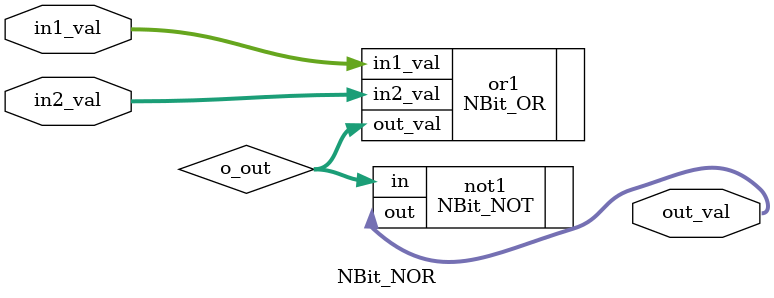
<source format=v>
`timescale 1ns / 1ps


module NBit_NOR #(parameter N = 32)(in1_val, in2_val, out_val);

    input [N-1:0] in1_val;
    input [N-1:0] in2_val;
    output [N-1:0] out_val;  
    
    wire [N-1:0] o_out; 
    
    NBit_OR #(.N(N)) or1(.out_val(o_out), .in1_val(in1_val), .in2_val(in2_val));
    NBit_NOT #(.N(N)) not1(.out(out_val), .in(o_out));

endmodule

</source>
